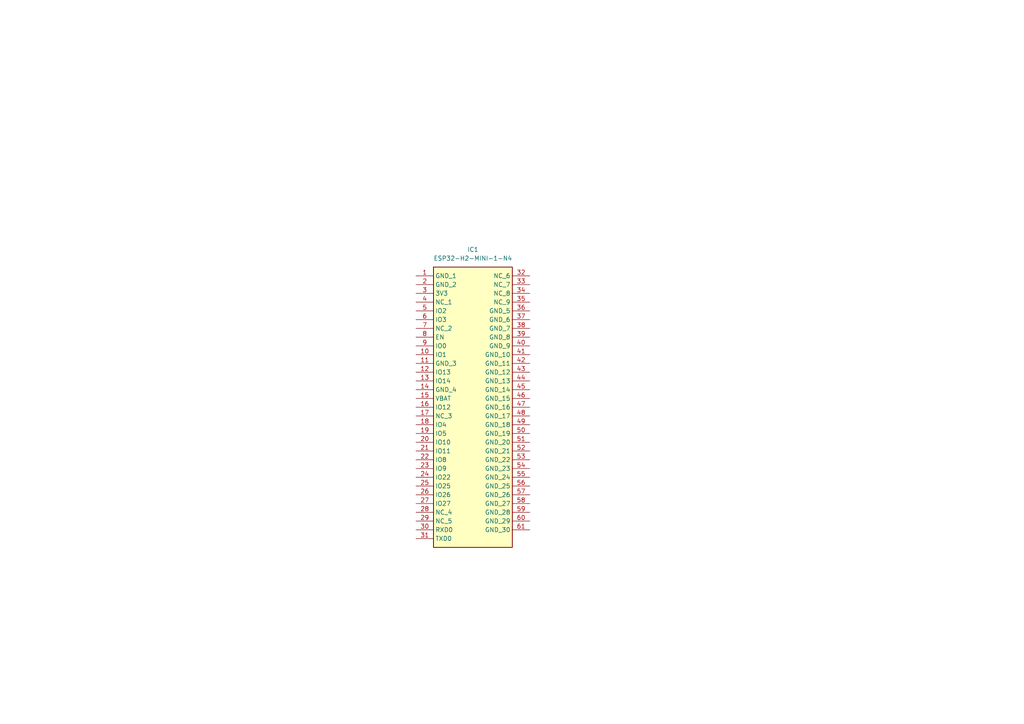
<source format=kicad_sch>
(kicad_sch (version 20231120) (generator "eeschema") (generator_version "8.0")
  (paper "A4")
  (lib_symbols
    (symbol "SRAD_AVIONICS:ESP32-H2-MINI-1-N4"
      (property "Reference" "IC" (at 29.21 7.62 0))
      (property "Value" "ESP32-H2-MINI-1-N4" (at 29.21 5.08 0))
      (symbol "ESP32-H2-MINI-1-N4_1_1"
        (rectangle (start 5.08 2.54) (end 27.94 -78.74) (stroke (width 0.254)) (fill (type background)))
        (pin passive line (at 0 0 0) (length 5.08) (name "GND_1") (number "1"))
        (pin passive line (at 0 -22.86 0) (length 5.08) (name "IO1") (number "10"))
        (pin passive line (at 0 -25.4 0) (length 5.08) (name "GND_3") (number "11"))
        (pin passive line (at 0 -27.94 0) (length 5.08) (name "IO13") (number "12"))
        (pin passive line (at 0 -30.48 0) (length 5.08) (name "IO14") (number "13"))
        (pin passive line (at 0 -33.02 0) (length 5.08) (name "GND_4") (number "14"))
        (pin passive line (at 0 -35.56 0) (length 5.08) (name "VBAT") (number "15"))
        (pin passive line (at 0 -38.1 0) (length 5.08) (name "IO12") (number "16"))
        (pin passive line (at 0 -40.64 0) (length 5.08) (name "NC_3") (number "17"))
        (pin passive line (at 0 -43.18 0) (length 5.08) (name "IO4") (number "18"))
        (pin passive line (at 0 -45.72 0) (length 5.08) (name "IO5") (number "19"))
        (pin passive line (at 0 -2.54 0) (length 5.08) (name "GND_2") (number "2"))
        (pin passive line (at 0 -48.26 0) (length 5.08) (name "IO10") (number "20"))
        (pin passive line (at 0 -50.8 0) (length 5.08) (name "IO11") (number "21"))
        (pin passive line (at 0 -53.34 0) (length 5.08) (name "IO8") (number "22"))
        (pin passive line (at 0 -55.88 0) (length 5.08) (name "IO9") (number "23"))
        (pin passive line (at 0 -58.42 0) (length 5.08) (name "IO22") (number "24"))
        (pin passive line (at 0 -60.96 0) (length 5.08) (name "IO25") (number "25"))
        (pin passive line (at 0 -63.5 0) (length 5.08) (name "IO26") (number "26"))
        (pin passive line (at 0 -66.04 0) (length 5.08) (name "IO27") (number "27"))
        (pin passive line (at 0 -68.58 0) (length 5.08) (name "NC_4") (number "28"))
        (pin passive line (at 0 -71.12 0) (length 5.08) (name "NC_5") (number "29"))
        (pin passive line (at 0 -5.08 0) (length 5.08) (name "3V3") (number "3"))
        (pin passive line (at 0 -73.66 0) (length 5.08) (name "RXD0") (number "30"))
        (pin passive line (at 0 -76.2 0) (length 5.08) (name "TXD0") (number "31"))
        (pin passive line (at 33.02 0 180) (length 5.08) (name "NC_6") (number "32"))
        (pin passive line (at 33.02 -2.54 180) (length 5.08) (name "NC_7") (number "33"))
        (pin passive line (at 33.02 -5.08 180) (length 5.08) (name "NC_8") (number "34"))
        (pin passive line (at 33.02 -7.62 180) (length 5.08) (name "NC_9") (number "35"))
        (pin passive line (at 33.02 -10.16 180) (length 5.08) (name "GND_5") (number "36"))
        (pin passive line (at 33.02 -12.7 180) (length 5.08) (name "GND_6") (number "37"))
        (pin passive line (at 33.02 -15.24 180) (length 5.08) (name "GND_7") (number "38"))
        (pin passive line (at 33.02 -17.78 180) (length 5.08) (name "GND_8") (number "39"))
        (pin passive line (at 0 -7.62 0) (length 5.08) (name "NC_1") (number "4"))
        (pin passive line (at 33.02 -20.32 180) (length 5.08) (name "GND_9") (number "40"))
        (pin passive line (at 33.02 -22.86 180) (length 5.08) (name "GND_10") (number "41"))
        (pin passive line (at 33.02 -25.4 180) (length 5.08) (name "GND_11") (number "42"))
        (pin passive line (at 33.02 -27.94 180) (length 5.08) (name "GND_12") (number "43"))
        (pin passive line (at 33.02 -30.48 180) (length 5.08) (name "GND_13") (number "44"))
        (pin passive line (at 33.02 -33.02 180) (length 5.08) (name "GND_14") (number "45"))
        (pin passive line (at 33.02 -35.56 180) (length 5.08) (name "GND_15") (number "46"))
        (pin passive line (at 33.02 -38.1 180) (length 5.08) (name "GND_16") (number "47"))
        (pin passive line (at 33.02 -40.64 180) (length 5.08) (name "GND_17") (number "48"))
        (pin passive line (at 33.02 -43.18 180) (length 5.08) (name "GND_18") (number "49"))
        (pin passive line (at 0 -10.16 0) (length 5.08) (name "IO2") (number "5"))
        (pin passive line (at 33.02 -45.72 180) (length 5.08) (name "GND_19") (number "50"))
        (pin passive line (at 33.02 -48.26 180) (length 5.08) (name "GND_20") (number "51"))
        (pin passive line (at 33.02 -50.8 180) (length 5.08) (name "GND_21") (number "52"))
        (pin passive line (at 33.02 -53.34 180) (length 5.08) (name "GND_22") (number "53"))
        (pin passive line (at 33.02 -55.88 180) (length 5.08) (name "GND_23") (number "54"))
        (pin passive line (at 33.02 -58.42 180) (length 5.08) (name "GND_24") (number "55"))
        (pin passive line (at 33.02 -60.96 180) (length 5.08) (name "GND_25") (number "56"))
        (pin passive line (at 33.02 -63.5 180) (length 5.08) (name "GND_26") (number "57"))
        (pin passive line (at 33.02 -66.04 180) (length 5.08) (name "GND_27") (number "58"))
        (pin passive line (at 33.02 -68.58 180) (length 5.08) (name "GND_28") (number "59"))
        (pin passive line (at 0 -12.7 0) (length 5.08) (name "IO3") (number "6"))
        (pin passive line (at 33.02 -71.12 180) (length 5.08) (name "GND_29") (number "60"))
        (pin passive line (at 33.02 -73.66 180) (length 5.08) (name "GND_30") (number "61"))
        (pin passive line (at 0 -15.24 0) (length 5.08) (name "NC_2") (number "7"))
        (pin passive line (at 0 -17.78 0) (length 5.08) (name "EN") (number "8"))
        (pin passive line (at 0 -20.32 0) (length 5.08) (name "IO0") (number "9"))
      )
    )
  )
  (symbol (lib_id "SRAD_AVIONICS:ESP32-H2-MINI-1-N4") (at 120.65 80.01 0) (unit 1)
    (property "Reference" "IC1" (at 137.16 72.39 0))
    (property "Value" "ESP32-H2-MINI-1-N4" (at 137.16 74.93 0))
    (property "Footprint" "ESP32H2MINI1N4" (effects (hide yes)))
    (property "Datasheet" "https://www.espressif.com/sites/default/files/documentation/esp32-h2-mini-1_mini-1u_datasheet_en.pdf" (effects (hide yes)))
    (property "Description" "Multiprotocol Modules ENGINEERING SAMPLE Bluetooth Low Energy and IEEE 802.15.4  module with ESP32-H2 chip" (effects (hide yes)))
    (property "Height" "2.55" (effects (hide yes)))
    (property "Mouser Part Number" "356-ESP32H2MINI1-N4" (effects (hide yes)))
    (property "Mouser Price/Stock" "https://www.mouser.co.uk/ProductDetail/Espressif-Systems/ESP32-H2-MINI-1-N4?qs=Jm2GQyTW%2FbiM%252BAVlvjt4eQ%3D%3D" (effects (hide yes)))
    (property "Manufacturer_Name" "Espressif Systems" (effects (hide yes)))
    (property "Manufacturer_Part_Number" "ESP32-H2-MINI-1-N4" (effects (hide yes)))
  )
)
</source>
